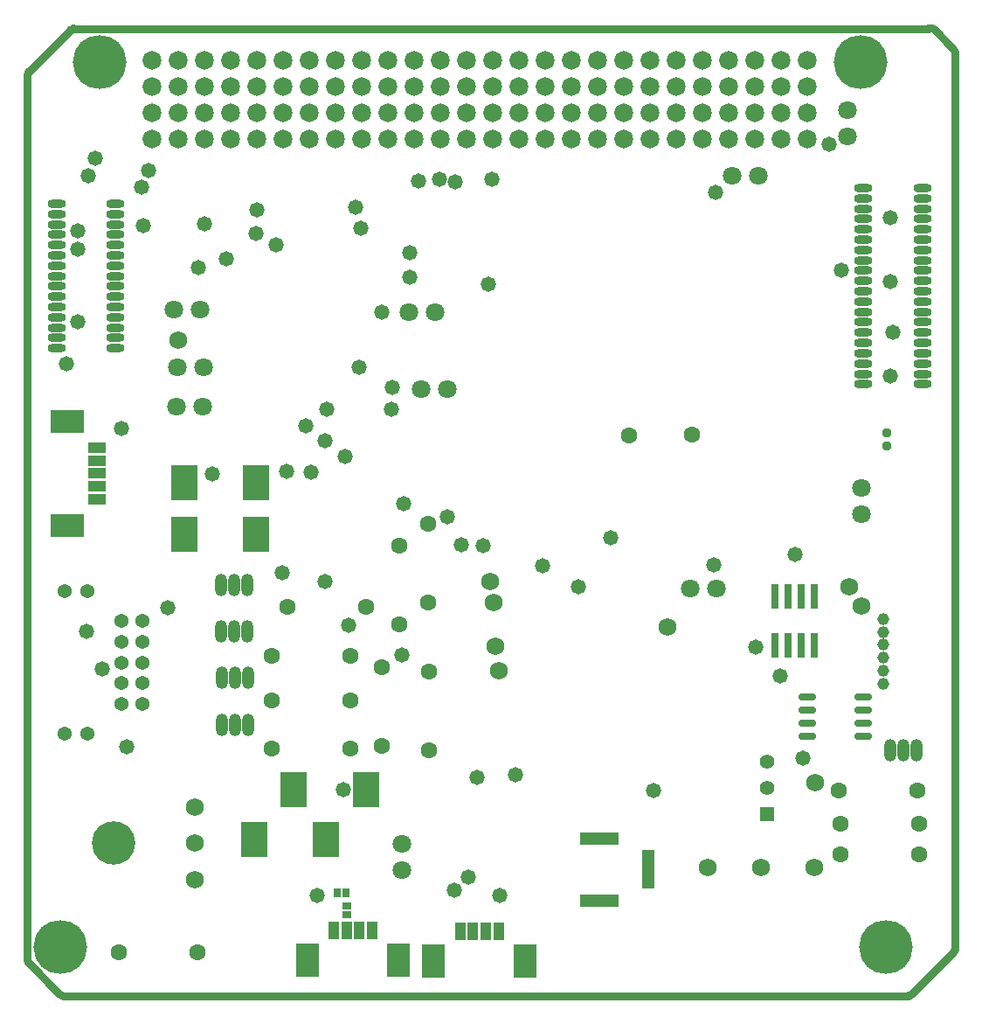
<source format=gts>
G04 Layer_Color=8388736*
%FSLAX43Y43*%
%MOMM*%
G71*
G01*
G75*
%ADD22C,0.762*%
%ADD23C,0.762*%
%ADD53C,1.727*%
%ADD67R,3.203X2.303*%
%ADD68R,1.803X1.003*%
%ADD69O,1.803X0.803*%
%ADD70O,1.703X0.753*%
%ADD71R,2.603X3.503*%
%ADD72R,0.762X2.388*%
%ADD73R,0.762X0.813*%
%ADD74R,0.813X0.762*%
%ADD75C,0.953*%
%ADD76C,1.152*%
%ADD77C,1.803*%
%ADD78R,2.303X3.203*%
%ADD79R,1.003X1.803*%
%ADD80R,1.303X3.803*%
%ADD81R,3.803X1.303*%
%ADD82C,1.370*%
%ADD83C,1.603*%
%ADD84O,1.203X2.203*%
%ADD85O,1.203X2.203*%
%ADD86C,1.828*%
%ADD87C,1.403*%
%ADD88R,1.403X1.403*%
%ADD89C,4.203*%
%ADD90C,1.473*%
%ADD91C,5.203*%
D22*
X3439Y925D02*
G03*
X3439Y924I270J269D01*
G01*
X3464Y899D02*
G03*
X3734Y787I270J269D01*
G01*
X305Y4216D02*
G03*
X417Y3947I381J0D01*
G01*
X305Y4216D02*
G03*
X416Y3947I381J0D01*
G01*
X3464Y899D02*
G03*
X3734Y787I269J269D01*
G01*
X416Y90236D02*
G03*
X305Y89967I269J-269D01*
G01*
X417Y90237D02*
G03*
X305Y89967I269J-270D01*
G01*
X4775Y94437D02*
G03*
X4505Y94325I0J-381D01*
G01*
X4775Y94437D02*
G03*
X4506Y94326I0J-381D01*
G01*
X85700Y787D02*
G03*
X85969Y899I0J381D01*
G01*
X85700Y787D02*
G03*
X85969Y899I0J381D01*
G01*
X90058Y4988D02*
G03*
X90170Y5258I-269J270D01*
G01*
X90058Y4988D02*
G03*
X90170Y5258I-269J269D01*
G01*
X88153Y94376D02*
G03*
X87694Y94437I-269J-269D01*
G01*
X88154Y94376D02*
G03*
X87694Y94437I-270J-269D01*
G01*
X90170Y92202D02*
G03*
X90058Y92471I-381J0D01*
G01*
X90170Y92202D02*
G03*
X90058Y92472I-381J0D01*
G01*
X3464Y899D02*
X3464Y899D01*
X3439Y924D02*
X3464Y899D01*
X3439Y924D02*
X3439Y924D01*
X3439Y925D02*
X3439Y924D01*
X417Y3947D02*
X3439Y925D01*
X416Y3947D02*
X417Y3947D01*
X3734Y787D02*
X84506D01*
X305Y4216D02*
Y89967D01*
X416Y90236D02*
X417Y90237D01*
X4505Y94325D01*
X4506Y94326D01*
X4775Y94437D02*
X4801D01*
X87694D01*
X84506Y787D02*
X85700D01*
X85969Y899D02*
X85969Y899D01*
X90058Y4988D01*
X90058Y4988D01*
X90170Y5258D02*
Y91821D01*
Y92202D01*
X90058Y92472D02*
X90058Y92471D01*
X88154Y94376D02*
X90058Y92472D01*
X88153Y94376D02*
X88154Y94376D01*
D23*
X3439Y924D02*
D03*
D53*
X71400Y13183D02*
D03*
X76530D02*
D03*
X66270D02*
D03*
X16561Y19050D02*
D03*
Y12050D02*
D03*
Y15550D02*
D03*
X14910Y64287D02*
D03*
X62332Y36449D02*
D03*
X76632Y21387D02*
D03*
X79934Y40411D02*
D03*
X81178Y38506D02*
D03*
X46025Y32233D02*
D03*
X45491Y38862D02*
D03*
X45669Y34595D02*
D03*
X45187Y40869D02*
D03*
D67*
X4142Y46305D02*
D03*
Y56405D02*
D03*
D68*
X7042Y48855D02*
D03*
Y50105D02*
D03*
Y51355D02*
D03*
Y52605D02*
D03*
Y53855D02*
D03*
D69*
X8824Y63470D02*
D03*
Y64470D02*
D03*
Y65470D02*
D03*
Y66470D02*
D03*
Y67470D02*
D03*
Y68470D02*
D03*
Y69470D02*
D03*
Y70470D02*
D03*
Y71470D02*
D03*
Y72470D02*
D03*
Y73470D02*
D03*
Y74470D02*
D03*
Y75470D02*
D03*
Y76470D02*
D03*
Y77470D02*
D03*
X3124D02*
D03*
Y76470D02*
D03*
Y75470D02*
D03*
Y74470D02*
D03*
Y73470D02*
D03*
Y72470D02*
D03*
Y71470D02*
D03*
Y70470D02*
D03*
Y69470D02*
D03*
Y68470D02*
D03*
Y67470D02*
D03*
Y66470D02*
D03*
Y65470D02*
D03*
Y64470D02*
D03*
Y63470D02*
D03*
X81331Y59994D02*
D03*
Y60994D02*
D03*
Y61994D02*
D03*
Y62994D02*
D03*
Y63994D02*
D03*
Y64994D02*
D03*
Y65994D02*
D03*
Y66994D02*
D03*
Y67994D02*
D03*
Y68994D02*
D03*
Y69994D02*
D03*
Y70994D02*
D03*
Y71994D02*
D03*
Y72994D02*
D03*
Y73994D02*
D03*
Y74994D02*
D03*
Y75994D02*
D03*
Y76994D02*
D03*
Y77994D02*
D03*
Y78994D02*
D03*
X87031D02*
D03*
Y77994D02*
D03*
Y76994D02*
D03*
Y75994D02*
D03*
Y74994D02*
D03*
Y73994D02*
D03*
Y72994D02*
D03*
Y71994D02*
D03*
Y70994D02*
D03*
Y69994D02*
D03*
Y68994D02*
D03*
Y67994D02*
D03*
Y66994D02*
D03*
Y65994D02*
D03*
Y64994D02*
D03*
Y63994D02*
D03*
Y62994D02*
D03*
Y61994D02*
D03*
Y60994D02*
D03*
Y59994D02*
D03*
D70*
X75921Y29743D02*
D03*
Y28473D02*
D03*
Y27203D02*
D03*
Y25933D02*
D03*
X81321Y29743D02*
D03*
Y28473D02*
D03*
Y27203D02*
D03*
Y25933D02*
D03*
D71*
X22255Y15900D02*
D03*
X29205D02*
D03*
X26141Y20752D02*
D03*
X33091D02*
D03*
X15524Y45441D02*
D03*
X22474D02*
D03*
X15524Y50444D02*
D03*
X22474D02*
D03*
D72*
X72720Y34747D02*
D03*
X73990D02*
D03*
X75260D02*
D03*
X76530D02*
D03*
Y39472D02*
D03*
X75260D02*
D03*
X73990D02*
D03*
X72720D02*
D03*
D73*
X30366Y10744D02*
D03*
X31204D02*
D03*
D74*
X31242Y8649D02*
D03*
Y9487D02*
D03*
D75*
X83591Y55275D02*
D03*
Y54020D02*
D03*
D76*
X83267Y33509D02*
D03*
Y36009D02*
D03*
Y31009D02*
D03*
Y34759D02*
D03*
Y37259D02*
D03*
Y32259D02*
D03*
D77*
X36627Y12929D02*
D03*
Y15469D02*
D03*
X79756Y83947D02*
D03*
Y86487D02*
D03*
X38456Y59487D02*
D03*
X40996D02*
D03*
X68580Y80162D02*
D03*
X71120D02*
D03*
X67081Y40208D02*
D03*
X64541D02*
D03*
X14808Y61671D02*
D03*
X17348D02*
D03*
X39853Y67005D02*
D03*
X37313D02*
D03*
X81153Y49911D02*
D03*
Y47371D02*
D03*
X14529Y67259D02*
D03*
X17069D02*
D03*
X14732Y57861D02*
D03*
X17272D02*
D03*
D78*
X39690Y4136D02*
D03*
X48540D02*
D03*
X27437Y4227D02*
D03*
X36287D02*
D03*
D79*
X44740Y7036D02*
D03*
X45990D02*
D03*
X43490D02*
D03*
X42240D02*
D03*
X32487Y7127D02*
D03*
X33737D02*
D03*
X31237D02*
D03*
X29987D02*
D03*
D80*
X60453Y13007D02*
D03*
D81*
X55753Y16007D02*
D03*
Y9957D02*
D03*
D82*
X3899Y26120D02*
D03*
X6159D02*
D03*
X3899Y39970D02*
D03*
X6159D02*
D03*
X9449Y37045D02*
D03*
X11449D02*
D03*
X9449Y35045D02*
D03*
X11449D02*
D03*
X9449Y33045D02*
D03*
X11449D02*
D03*
X9449Y31045D02*
D03*
X11449D02*
D03*
X9449Y29045D02*
D03*
X11449D02*
D03*
D83*
X9169Y5004D02*
D03*
X16789D02*
D03*
X86690Y14453D02*
D03*
X79070D02*
D03*
X86766Y17399D02*
D03*
X79146D02*
D03*
X78969Y20625D02*
D03*
X86589D02*
D03*
X31598Y24714D02*
D03*
X23978D02*
D03*
X31648Y29362D02*
D03*
X24028D02*
D03*
X31623Y33731D02*
D03*
X24003D02*
D03*
X33147Y38430D02*
D03*
X25527D02*
D03*
X39192Y32182D02*
D03*
Y24562D02*
D03*
X39167Y38862D02*
D03*
Y46482D02*
D03*
X36347Y36779D02*
D03*
Y44399D02*
D03*
X34671Y24943D02*
D03*
Y32563D02*
D03*
X64745Y55143D02*
D03*
X58623Y55016D02*
D03*
D84*
X86462Y24562D02*
D03*
X83922D02*
D03*
X21615Y40589D02*
D03*
X20345D02*
D03*
X21615Y36043D02*
D03*
X20345D02*
D03*
X21666Y31572D02*
D03*
X20396D02*
D03*
X21666Y27000D02*
D03*
X20396D02*
D03*
D85*
X85192Y24562D02*
D03*
X19075Y40589D02*
D03*
Y36043D02*
D03*
X19126Y31572D02*
D03*
Y27000D02*
D03*
D86*
X12421Y91364D02*
D03*
Y88824D02*
D03*
Y86284D02*
D03*
Y83744D02*
D03*
X14961Y91364D02*
D03*
Y88824D02*
D03*
Y86284D02*
D03*
Y83744D02*
D03*
X17501Y91364D02*
D03*
Y88824D02*
D03*
Y86284D02*
D03*
Y83744D02*
D03*
X20041Y91364D02*
D03*
Y88824D02*
D03*
Y86284D02*
D03*
Y83744D02*
D03*
X22581Y91364D02*
D03*
Y88824D02*
D03*
Y86284D02*
D03*
Y83744D02*
D03*
X25121Y91364D02*
D03*
Y88824D02*
D03*
Y86284D02*
D03*
Y83744D02*
D03*
X27661Y91364D02*
D03*
Y88824D02*
D03*
Y86284D02*
D03*
Y83744D02*
D03*
X30201Y91364D02*
D03*
Y88824D02*
D03*
Y86284D02*
D03*
Y83744D02*
D03*
X32741Y91364D02*
D03*
Y88824D02*
D03*
Y86284D02*
D03*
Y83744D02*
D03*
X35281Y91364D02*
D03*
Y88824D02*
D03*
Y86284D02*
D03*
Y83744D02*
D03*
X37821Y91364D02*
D03*
Y88824D02*
D03*
X40361Y86284D02*
D03*
Y83744D02*
D03*
Y91364D02*
D03*
Y88824D02*
D03*
X42901Y86284D02*
D03*
Y83744D02*
D03*
Y91364D02*
D03*
Y88824D02*
D03*
X45441Y86284D02*
D03*
Y83744D02*
D03*
Y91364D02*
D03*
Y88824D02*
D03*
X47981Y86284D02*
D03*
Y83744D02*
D03*
Y91364D02*
D03*
Y88824D02*
D03*
X50521Y86284D02*
D03*
Y83744D02*
D03*
Y91364D02*
D03*
Y88824D02*
D03*
X53061Y86284D02*
D03*
Y83744D02*
D03*
Y91364D02*
D03*
Y88824D02*
D03*
X55601Y86284D02*
D03*
Y83744D02*
D03*
Y91364D02*
D03*
Y88824D02*
D03*
X58141Y86284D02*
D03*
Y83744D02*
D03*
Y91364D02*
D03*
Y88824D02*
D03*
X60681Y86284D02*
D03*
Y83744D02*
D03*
Y91364D02*
D03*
Y88824D02*
D03*
X63221Y86284D02*
D03*
Y83744D02*
D03*
Y91364D02*
D03*
Y88824D02*
D03*
X65761Y86284D02*
D03*
Y83744D02*
D03*
Y91364D02*
D03*
Y88824D02*
D03*
X68301Y86284D02*
D03*
Y83744D02*
D03*
Y91364D02*
D03*
Y88824D02*
D03*
X70841Y86284D02*
D03*
Y83744D02*
D03*
Y91364D02*
D03*
Y88824D02*
D03*
X73381Y86284D02*
D03*
Y83744D02*
D03*
Y91364D02*
D03*
Y88824D02*
D03*
X75921Y86284D02*
D03*
Y83744D02*
D03*
Y91364D02*
D03*
Y88824D02*
D03*
X37821Y86284D02*
D03*
Y83744D02*
D03*
D87*
X72034Y23444D02*
D03*
Y20904D02*
D03*
D88*
Y18364D02*
D03*
D89*
X8651Y15550D02*
D03*
D90*
X28397Y10516D02*
D03*
X30937Y20752D02*
D03*
X32614Y75108D02*
D03*
X56858Y45136D02*
D03*
X37389Y70358D02*
D03*
X36754Y48412D02*
D03*
X41808Y79553D02*
D03*
X40284Y79858D02*
D03*
X38202Y79680D02*
D03*
X45314Y79858D02*
D03*
X53696Y40386D02*
D03*
X45009Y69672D02*
D03*
X18263Y51308D02*
D03*
X5156Y74879D02*
D03*
X46101Y10490D02*
D03*
X47650Y22174D02*
D03*
X41707Y10973D02*
D03*
X43028Y12268D02*
D03*
X31420Y36678D02*
D03*
X35636Y59690D02*
D03*
X9398Y55702D02*
D03*
X32461Y61671D02*
D03*
X66980Y78588D02*
D03*
X4064Y61976D02*
D03*
X11582Y75387D02*
D03*
X29134Y54534D02*
D03*
X27280Y55931D02*
D03*
X27762Y51486D02*
D03*
X25425Y51587D02*
D03*
X11405Y79045D02*
D03*
X19558Y72136D02*
D03*
X16866Y71298D02*
D03*
X22428Y74574D02*
D03*
X24372Y73470D02*
D03*
X5232Y73101D02*
D03*
X6198Y80188D02*
D03*
X83896Y60808D02*
D03*
Y69926D02*
D03*
X83972Y76124D02*
D03*
X24968Y41732D02*
D03*
X29134Y40919D02*
D03*
X84171Y64994D02*
D03*
X73304Y31725D02*
D03*
X75489Y23774D02*
D03*
X31115Y52972D02*
D03*
X40970Y47117D02*
D03*
X70866Y34519D02*
D03*
X6071Y36093D02*
D03*
X7544Y32461D02*
D03*
X9931Y24867D02*
D03*
X13919Y38329D02*
D03*
X36627Y33757D02*
D03*
X5232Y66040D02*
D03*
X6909Y81890D02*
D03*
X12065Y80696D02*
D03*
X60960Y20625D02*
D03*
X74727Y43485D02*
D03*
X78003Y83185D02*
D03*
X79172Y70994D02*
D03*
X32131Y77165D02*
D03*
X37389Y72695D02*
D03*
X17475Y75514D02*
D03*
X22581Y76860D02*
D03*
X43891Y21946D02*
D03*
X29312Y57607D02*
D03*
X34671Y66954D02*
D03*
X66802Y42469D02*
D03*
X35585Y57556D02*
D03*
X50241Y42418D02*
D03*
X42342Y44425D02*
D03*
X44450Y44374D02*
D03*
D91*
X3526Y5479D02*
D03*
X83526D02*
D03*
X81026Y91179D02*
D03*
X7326D02*
D03*
M02*

</source>
